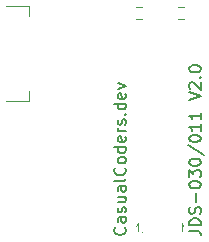
<source format=gbr>
%TF.GenerationSoftware,KiCad,Pcbnew,8.0.1*%
%TF.CreationDate,2024-03-21T19:56:16-04:00*%
%TF.ProjectId,030-011-v2,3033302d-3031-4312-9d76-322e6b696361,rev?*%
%TF.SameCoordinates,Original*%
%TF.FileFunction,Legend,Top*%
%TF.FilePolarity,Positive*%
%FSLAX46Y46*%
G04 Gerber Fmt 4.6, Leading zero omitted, Abs format (unit mm)*
G04 Created by KiCad (PCBNEW 8.0.1) date 2024-03-21 19:56:16*
%MOMM*%
%LPD*%
G01*
G04 APERTURE LIST*
%ADD10C,0.150000*%
%ADD11C,0.100000*%
%ADD12C,0.120000*%
G04 APERTURE END LIST*
D10*
X107216580Y-48621792D02*
X107264200Y-48669411D01*
X107264200Y-48669411D02*
X107311819Y-48812268D01*
X107311819Y-48812268D02*
X107311819Y-48907506D01*
X107311819Y-48907506D02*
X107264200Y-49050363D01*
X107264200Y-49050363D02*
X107168961Y-49145601D01*
X107168961Y-49145601D02*
X107073723Y-49193220D01*
X107073723Y-49193220D02*
X106883247Y-49240839D01*
X106883247Y-49240839D02*
X106740390Y-49240839D01*
X106740390Y-49240839D02*
X106549914Y-49193220D01*
X106549914Y-49193220D02*
X106454676Y-49145601D01*
X106454676Y-49145601D02*
X106359438Y-49050363D01*
X106359438Y-49050363D02*
X106311819Y-48907506D01*
X106311819Y-48907506D02*
X106311819Y-48812268D01*
X106311819Y-48812268D02*
X106359438Y-48669411D01*
X106359438Y-48669411D02*
X106407057Y-48621792D01*
X107311819Y-47764649D02*
X106788009Y-47764649D01*
X106788009Y-47764649D02*
X106692771Y-47812268D01*
X106692771Y-47812268D02*
X106645152Y-47907506D01*
X106645152Y-47907506D02*
X106645152Y-48097982D01*
X106645152Y-48097982D02*
X106692771Y-48193220D01*
X107264200Y-47764649D02*
X107311819Y-47859887D01*
X107311819Y-47859887D02*
X107311819Y-48097982D01*
X107311819Y-48097982D02*
X107264200Y-48193220D01*
X107264200Y-48193220D02*
X107168961Y-48240839D01*
X107168961Y-48240839D02*
X107073723Y-48240839D01*
X107073723Y-48240839D02*
X106978485Y-48193220D01*
X106978485Y-48193220D02*
X106930866Y-48097982D01*
X106930866Y-48097982D02*
X106930866Y-47859887D01*
X106930866Y-47859887D02*
X106883247Y-47764649D01*
X107264200Y-47336077D02*
X107311819Y-47240839D01*
X107311819Y-47240839D02*
X107311819Y-47050363D01*
X107311819Y-47050363D02*
X107264200Y-46955125D01*
X107264200Y-46955125D02*
X107168961Y-46907506D01*
X107168961Y-46907506D02*
X107121342Y-46907506D01*
X107121342Y-46907506D02*
X107026104Y-46955125D01*
X107026104Y-46955125D02*
X106978485Y-47050363D01*
X106978485Y-47050363D02*
X106978485Y-47193220D01*
X106978485Y-47193220D02*
X106930866Y-47288458D01*
X106930866Y-47288458D02*
X106835628Y-47336077D01*
X106835628Y-47336077D02*
X106788009Y-47336077D01*
X106788009Y-47336077D02*
X106692771Y-47288458D01*
X106692771Y-47288458D02*
X106645152Y-47193220D01*
X106645152Y-47193220D02*
X106645152Y-47050363D01*
X106645152Y-47050363D02*
X106692771Y-46955125D01*
X106645152Y-46050363D02*
X107311819Y-46050363D01*
X106645152Y-46478934D02*
X107168961Y-46478934D01*
X107168961Y-46478934D02*
X107264200Y-46431315D01*
X107264200Y-46431315D02*
X107311819Y-46336077D01*
X107311819Y-46336077D02*
X107311819Y-46193220D01*
X107311819Y-46193220D02*
X107264200Y-46097982D01*
X107264200Y-46097982D02*
X107216580Y-46050363D01*
X107311819Y-45145601D02*
X106788009Y-45145601D01*
X106788009Y-45145601D02*
X106692771Y-45193220D01*
X106692771Y-45193220D02*
X106645152Y-45288458D01*
X106645152Y-45288458D02*
X106645152Y-45478934D01*
X106645152Y-45478934D02*
X106692771Y-45574172D01*
X107264200Y-45145601D02*
X107311819Y-45240839D01*
X107311819Y-45240839D02*
X107311819Y-45478934D01*
X107311819Y-45478934D02*
X107264200Y-45574172D01*
X107264200Y-45574172D02*
X107168961Y-45621791D01*
X107168961Y-45621791D02*
X107073723Y-45621791D01*
X107073723Y-45621791D02*
X106978485Y-45574172D01*
X106978485Y-45574172D02*
X106930866Y-45478934D01*
X106930866Y-45478934D02*
X106930866Y-45240839D01*
X106930866Y-45240839D02*
X106883247Y-45145601D01*
X107311819Y-44526553D02*
X107264200Y-44621791D01*
X107264200Y-44621791D02*
X107168961Y-44669410D01*
X107168961Y-44669410D02*
X106311819Y-44669410D01*
X107216580Y-43574172D02*
X107264200Y-43621791D01*
X107264200Y-43621791D02*
X107311819Y-43764648D01*
X107311819Y-43764648D02*
X107311819Y-43859886D01*
X107311819Y-43859886D02*
X107264200Y-44002743D01*
X107264200Y-44002743D02*
X107168961Y-44097981D01*
X107168961Y-44097981D02*
X107073723Y-44145600D01*
X107073723Y-44145600D02*
X106883247Y-44193219D01*
X106883247Y-44193219D02*
X106740390Y-44193219D01*
X106740390Y-44193219D02*
X106549914Y-44145600D01*
X106549914Y-44145600D02*
X106454676Y-44097981D01*
X106454676Y-44097981D02*
X106359438Y-44002743D01*
X106359438Y-44002743D02*
X106311819Y-43859886D01*
X106311819Y-43859886D02*
X106311819Y-43764648D01*
X106311819Y-43764648D02*
X106359438Y-43621791D01*
X106359438Y-43621791D02*
X106407057Y-43574172D01*
X107311819Y-43002743D02*
X107264200Y-43097981D01*
X107264200Y-43097981D02*
X107216580Y-43145600D01*
X107216580Y-43145600D02*
X107121342Y-43193219D01*
X107121342Y-43193219D02*
X106835628Y-43193219D01*
X106835628Y-43193219D02*
X106740390Y-43145600D01*
X106740390Y-43145600D02*
X106692771Y-43097981D01*
X106692771Y-43097981D02*
X106645152Y-43002743D01*
X106645152Y-43002743D02*
X106645152Y-42859886D01*
X106645152Y-42859886D02*
X106692771Y-42764648D01*
X106692771Y-42764648D02*
X106740390Y-42717029D01*
X106740390Y-42717029D02*
X106835628Y-42669410D01*
X106835628Y-42669410D02*
X107121342Y-42669410D01*
X107121342Y-42669410D02*
X107216580Y-42717029D01*
X107216580Y-42717029D02*
X107264200Y-42764648D01*
X107264200Y-42764648D02*
X107311819Y-42859886D01*
X107311819Y-42859886D02*
X107311819Y-43002743D01*
X107311819Y-41812267D02*
X106311819Y-41812267D01*
X107264200Y-41812267D02*
X107311819Y-41907505D01*
X107311819Y-41907505D02*
X107311819Y-42097981D01*
X107311819Y-42097981D02*
X107264200Y-42193219D01*
X107264200Y-42193219D02*
X107216580Y-42240838D01*
X107216580Y-42240838D02*
X107121342Y-42288457D01*
X107121342Y-42288457D02*
X106835628Y-42288457D01*
X106835628Y-42288457D02*
X106740390Y-42240838D01*
X106740390Y-42240838D02*
X106692771Y-42193219D01*
X106692771Y-42193219D02*
X106645152Y-42097981D01*
X106645152Y-42097981D02*
X106645152Y-41907505D01*
X106645152Y-41907505D02*
X106692771Y-41812267D01*
X107264200Y-40955124D02*
X107311819Y-41050362D01*
X107311819Y-41050362D02*
X107311819Y-41240838D01*
X107311819Y-41240838D02*
X107264200Y-41336076D01*
X107264200Y-41336076D02*
X107168961Y-41383695D01*
X107168961Y-41383695D02*
X106788009Y-41383695D01*
X106788009Y-41383695D02*
X106692771Y-41336076D01*
X106692771Y-41336076D02*
X106645152Y-41240838D01*
X106645152Y-41240838D02*
X106645152Y-41050362D01*
X106645152Y-41050362D02*
X106692771Y-40955124D01*
X106692771Y-40955124D02*
X106788009Y-40907505D01*
X106788009Y-40907505D02*
X106883247Y-40907505D01*
X106883247Y-40907505D02*
X106978485Y-41383695D01*
X107311819Y-40478933D02*
X106645152Y-40478933D01*
X106835628Y-40478933D02*
X106740390Y-40431314D01*
X106740390Y-40431314D02*
X106692771Y-40383695D01*
X106692771Y-40383695D02*
X106645152Y-40288457D01*
X106645152Y-40288457D02*
X106645152Y-40193219D01*
X107264200Y-39907504D02*
X107311819Y-39812266D01*
X107311819Y-39812266D02*
X107311819Y-39621790D01*
X107311819Y-39621790D02*
X107264200Y-39526552D01*
X107264200Y-39526552D02*
X107168961Y-39478933D01*
X107168961Y-39478933D02*
X107121342Y-39478933D01*
X107121342Y-39478933D02*
X107026104Y-39526552D01*
X107026104Y-39526552D02*
X106978485Y-39621790D01*
X106978485Y-39621790D02*
X106978485Y-39764647D01*
X106978485Y-39764647D02*
X106930866Y-39859885D01*
X106930866Y-39859885D02*
X106835628Y-39907504D01*
X106835628Y-39907504D02*
X106788009Y-39907504D01*
X106788009Y-39907504D02*
X106692771Y-39859885D01*
X106692771Y-39859885D02*
X106645152Y-39764647D01*
X106645152Y-39764647D02*
X106645152Y-39621790D01*
X106645152Y-39621790D02*
X106692771Y-39526552D01*
X107216580Y-39050361D02*
X107264200Y-39002742D01*
X107264200Y-39002742D02*
X107311819Y-39050361D01*
X107311819Y-39050361D02*
X107264200Y-39097980D01*
X107264200Y-39097980D02*
X107216580Y-39050361D01*
X107216580Y-39050361D02*
X107311819Y-39050361D01*
X107311819Y-38145600D02*
X106311819Y-38145600D01*
X107264200Y-38145600D02*
X107311819Y-38240838D01*
X107311819Y-38240838D02*
X107311819Y-38431314D01*
X107311819Y-38431314D02*
X107264200Y-38526552D01*
X107264200Y-38526552D02*
X107216580Y-38574171D01*
X107216580Y-38574171D02*
X107121342Y-38621790D01*
X107121342Y-38621790D02*
X106835628Y-38621790D01*
X106835628Y-38621790D02*
X106740390Y-38574171D01*
X106740390Y-38574171D02*
X106692771Y-38526552D01*
X106692771Y-38526552D02*
X106645152Y-38431314D01*
X106645152Y-38431314D02*
X106645152Y-38240838D01*
X106645152Y-38240838D02*
X106692771Y-38145600D01*
X107264200Y-37288457D02*
X107311819Y-37383695D01*
X107311819Y-37383695D02*
X107311819Y-37574171D01*
X107311819Y-37574171D02*
X107264200Y-37669409D01*
X107264200Y-37669409D02*
X107168961Y-37717028D01*
X107168961Y-37717028D02*
X106788009Y-37717028D01*
X106788009Y-37717028D02*
X106692771Y-37669409D01*
X106692771Y-37669409D02*
X106645152Y-37574171D01*
X106645152Y-37574171D02*
X106645152Y-37383695D01*
X106645152Y-37383695D02*
X106692771Y-37288457D01*
X106692771Y-37288457D02*
X106788009Y-37240838D01*
X106788009Y-37240838D02*
X106883247Y-37240838D01*
X106883247Y-37240838D02*
X106978485Y-37717028D01*
X106645152Y-36907504D02*
X107311819Y-36669409D01*
X107311819Y-36669409D02*
X106645152Y-36431314D01*
X112661819Y-48907506D02*
X113376104Y-48907506D01*
X113376104Y-48907506D02*
X113518961Y-48955125D01*
X113518961Y-48955125D02*
X113614200Y-49050363D01*
X113614200Y-49050363D02*
X113661819Y-49193220D01*
X113661819Y-49193220D02*
X113661819Y-49288458D01*
X113661819Y-48431315D02*
X112661819Y-48431315D01*
X112661819Y-48431315D02*
X112661819Y-48193220D01*
X112661819Y-48193220D02*
X112709438Y-48050363D01*
X112709438Y-48050363D02*
X112804676Y-47955125D01*
X112804676Y-47955125D02*
X112899914Y-47907506D01*
X112899914Y-47907506D02*
X113090390Y-47859887D01*
X113090390Y-47859887D02*
X113233247Y-47859887D01*
X113233247Y-47859887D02*
X113423723Y-47907506D01*
X113423723Y-47907506D02*
X113518961Y-47955125D01*
X113518961Y-47955125D02*
X113614200Y-48050363D01*
X113614200Y-48050363D02*
X113661819Y-48193220D01*
X113661819Y-48193220D02*
X113661819Y-48431315D01*
X113614200Y-47478934D02*
X113661819Y-47336077D01*
X113661819Y-47336077D02*
X113661819Y-47097982D01*
X113661819Y-47097982D02*
X113614200Y-47002744D01*
X113614200Y-47002744D02*
X113566580Y-46955125D01*
X113566580Y-46955125D02*
X113471342Y-46907506D01*
X113471342Y-46907506D02*
X113376104Y-46907506D01*
X113376104Y-46907506D02*
X113280866Y-46955125D01*
X113280866Y-46955125D02*
X113233247Y-47002744D01*
X113233247Y-47002744D02*
X113185628Y-47097982D01*
X113185628Y-47097982D02*
X113138009Y-47288458D01*
X113138009Y-47288458D02*
X113090390Y-47383696D01*
X113090390Y-47383696D02*
X113042771Y-47431315D01*
X113042771Y-47431315D02*
X112947533Y-47478934D01*
X112947533Y-47478934D02*
X112852295Y-47478934D01*
X112852295Y-47478934D02*
X112757057Y-47431315D01*
X112757057Y-47431315D02*
X112709438Y-47383696D01*
X112709438Y-47383696D02*
X112661819Y-47288458D01*
X112661819Y-47288458D02*
X112661819Y-47050363D01*
X112661819Y-47050363D02*
X112709438Y-46907506D01*
X113280866Y-46478934D02*
X113280866Y-45717030D01*
X112661819Y-45050363D02*
X112661819Y-44955125D01*
X112661819Y-44955125D02*
X112709438Y-44859887D01*
X112709438Y-44859887D02*
X112757057Y-44812268D01*
X112757057Y-44812268D02*
X112852295Y-44764649D01*
X112852295Y-44764649D02*
X113042771Y-44717030D01*
X113042771Y-44717030D02*
X113280866Y-44717030D01*
X113280866Y-44717030D02*
X113471342Y-44764649D01*
X113471342Y-44764649D02*
X113566580Y-44812268D01*
X113566580Y-44812268D02*
X113614200Y-44859887D01*
X113614200Y-44859887D02*
X113661819Y-44955125D01*
X113661819Y-44955125D02*
X113661819Y-45050363D01*
X113661819Y-45050363D02*
X113614200Y-45145601D01*
X113614200Y-45145601D02*
X113566580Y-45193220D01*
X113566580Y-45193220D02*
X113471342Y-45240839D01*
X113471342Y-45240839D02*
X113280866Y-45288458D01*
X113280866Y-45288458D02*
X113042771Y-45288458D01*
X113042771Y-45288458D02*
X112852295Y-45240839D01*
X112852295Y-45240839D02*
X112757057Y-45193220D01*
X112757057Y-45193220D02*
X112709438Y-45145601D01*
X112709438Y-45145601D02*
X112661819Y-45050363D01*
X112661819Y-44383696D02*
X112661819Y-43764649D01*
X112661819Y-43764649D02*
X113042771Y-44097982D01*
X113042771Y-44097982D02*
X113042771Y-43955125D01*
X113042771Y-43955125D02*
X113090390Y-43859887D01*
X113090390Y-43859887D02*
X113138009Y-43812268D01*
X113138009Y-43812268D02*
X113233247Y-43764649D01*
X113233247Y-43764649D02*
X113471342Y-43764649D01*
X113471342Y-43764649D02*
X113566580Y-43812268D01*
X113566580Y-43812268D02*
X113614200Y-43859887D01*
X113614200Y-43859887D02*
X113661819Y-43955125D01*
X113661819Y-43955125D02*
X113661819Y-44240839D01*
X113661819Y-44240839D02*
X113614200Y-44336077D01*
X113614200Y-44336077D02*
X113566580Y-44383696D01*
X112661819Y-43145601D02*
X112661819Y-43050363D01*
X112661819Y-43050363D02*
X112709438Y-42955125D01*
X112709438Y-42955125D02*
X112757057Y-42907506D01*
X112757057Y-42907506D02*
X112852295Y-42859887D01*
X112852295Y-42859887D02*
X113042771Y-42812268D01*
X113042771Y-42812268D02*
X113280866Y-42812268D01*
X113280866Y-42812268D02*
X113471342Y-42859887D01*
X113471342Y-42859887D02*
X113566580Y-42907506D01*
X113566580Y-42907506D02*
X113614200Y-42955125D01*
X113614200Y-42955125D02*
X113661819Y-43050363D01*
X113661819Y-43050363D02*
X113661819Y-43145601D01*
X113661819Y-43145601D02*
X113614200Y-43240839D01*
X113614200Y-43240839D02*
X113566580Y-43288458D01*
X113566580Y-43288458D02*
X113471342Y-43336077D01*
X113471342Y-43336077D02*
X113280866Y-43383696D01*
X113280866Y-43383696D02*
X113042771Y-43383696D01*
X113042771Y-43383696D02*
X112852295Y-43336077D01*
X112852295Y-43336077D02*
X112757057Y-43288458D01*
X112757057Y-43288458D02*
X112709438Y-43240839D01*
X112709438Y-43240839D02*
X112661819Y-43145601D01*
X112614200Y-41669411D02*
X113899914Y-42526553D01*
X112661819Y-41145601D02*
X112661819Y-41050363D01*
X112661819Y-41050363D02*
X112709438Y-40955125D01*
X112709438Y-40955125D02*
X112757057Y-40907506D01*
X112757057Y-40907506D02*
X112852295Y-40859887D01*
X112852295Y-40859887D02*
X113042771Y-40812268D01*
X113042771Y-40812268D02*
X113280866Y-40812268D01*
X113280866Y-40812268D02*
X113471342Y-40859887D01*
X113471342Y-40859887D02*
X113566580Y-40907506D01*
X113566580Y-40907506D02*
X113614200Y-40955125D01*
X113614200Y-40955125D02*
X113661819Y-41050363D01*
X113661819Y-41050363D02*
X113661819Y-41145601D01*
X113661819Y-41145601D02*
X113614200Y-41240839D01*
X113614200Y-41240839D02*
X113566580Y-41288458D01*
X113566580Y-41288458D02*
X113471342Y-41336077D01*
X113471342Y-41336077D02*
X113280866Y-41383696D01*
X113280866Y-41383696D02*
X113042771Y-41383696D01*
X113042771Y-41383696D02*
X112852295Y-41336077D01*
X112852295Y-41336077D02*
X112757057Y-41288458D01*
X112757057Y-41288458D02*
X112709438Y-41240839D01*
X112709438Y-41240839D02*
X112661819Y-41145601D01*
X113661819Y-39859887D02*
X113661819Y-40431315D01*
X113661819Y-40145601D02*
X112661819Y-40145601D01*
X112661819Y-40145601D02*
X112804676Y-40240839D01*
X112804676Y-40240839D02*
X112899914Y-40336077D01*
X112899914Y-40336077D02*
X112947533Y-40431315D01*
X113661819Y-38907506D02*
X113661819Y-39478934D01*
X113661819Y-39193220D02*
X112661819Y-39193220D01*
X112661819Y-39193220D02*
X112804676Y-39288458D01*
X112804676Y-39288458D02*
X112899914Y-39383696D01*
X112899914Y-39383696D02*
X112947533Y-39478934D01*
X112661819Y-37859886D02*
X113661819Y-37526553D01*
X113661819Y-37526553D02*
X112661819Y-37193220D01*
X112757057Y-36907505D02*
X112709438Y-36859886D01*
X112709438Y-36859886D02*
X112661819Y-36764648D01*
X112661819Y-36764648D02*
X112661819Y-36526553D01*
X112661819Y-36526553D02*
X112709438Y-36431315D01*
X112709438Y-36431315D02*
X112757057Y-36383696D01*
X112757057Y-36383696D02*
X112852295Y-36336077D01*
X112852295Y-36336077D02*
X112947533Y-36336077D01*
X112947533Y-36336077D02*
X113090390Y-36383696D01*
X113090390Y-36383696D02*
X113661819Y-36955124D01*
X113661819Y-36955124D02*
X113661819Y-36336077D01*
X113566580Y-35907505D02*
X113614200Y-35859886D01*
X113614200Y-35859886D02*
X113661819Y-35907505D01*
X113661819Y-35907505D02*
X113614200Y-35955124D01*
X113614200Y-35955124D02*
X113566580Y-35907505D01*
X113566580Y-35907505D02*
X113661819Y-35907505D01*
X112661819Y-35240839D02*
X112661819Y-35145601D01*
X112661819Y-35145601D02*
X112709438Y-35050363D01*
X112709438Y-35050363D02*
X112757057Y-35002744D01*
X112757057Y-35002744D02*
X112852295Y-34955125D01*
X112852295Y-34955125D02*
X113042771Y-34907506D01*
X113042771Y-34907506D02*
X113280866Y-34907506D01*
X113280866Y-34907506D02*
X113471342Y-34955125D01*
X113471342Y-34955125D02*
X113566580Y-35002744D01*
X113566580Y-35002744D02*
X113614200Y-35050363D01*
X113614200Y-35050363D02*
X113661819Y-35145601D01*
X113661819Y-35145601D02*
X113661819Y-35240839D01*
X113661819Y-35240839D02*
X113614200Y-35336077D01*
X113614200Y-35336077D02*
X113566580Y-35383696D01*
X113566580Y-35383696D02*
X113471342Y-35431315D01*
X113471342Y-35431315D02*
X113280866Y-35478934D01*
X113280866Y-35478934D02*
X113042771Y-35478934D01*
X113042771Y-35478934D02*
X112852295Y-35431315D01*
X112852295Y-35431315D02*
X112757057Y-35383696D01*
X112757057Y-35383696D02*
X112709438Y-35336077D01*
X112709438Y-35336077D02*
X112661819Y-35240839D01*
D11*
%TO.C,J3*%
X97133000Y-29909000D02*
X99133000Y-29909000D01*
X97133000Y-37909000D02*
X99133000Y-37909000D01*
X99133000Y-29909000D02*
X99133000Y-30709000D01*
X99133000Y-37909000D02*
X99133000Y-37109000D01*
D12*
%TO.C,R4*%
X108712724Y-29957500D02*
X108203276Y-29957500D01*
X108712724Y-31002500D02*
X108203276Y-31002500D01*
%TO.C,D1*%
X108306000Y-48278000D02*
X108156000Y-48478000D01*
X108306000Y-48928000D02*
X108306000Y-48278000D01*
X112036000Y-48278000D02*
X112186000Y-48478000D01*
X112036000Y-48928000D02*
X112036000Y-48278000D01*
X108786000Y-49078000D02*
G75*
G02*
X108686000Y-49078000I-50000J0D01*
G01*
X108686000Y-49078000D02*
G75*
G02*
X108786000Y-49078000I50000J0D01*
G01*
%TO.C,R3*%
X112268724Y-29957500D02*
X111759276Y-29957500D01*
X112268724Y-31002500D02*
X111759276Y-31002500D01*
%TD*%
M02*

</source>
